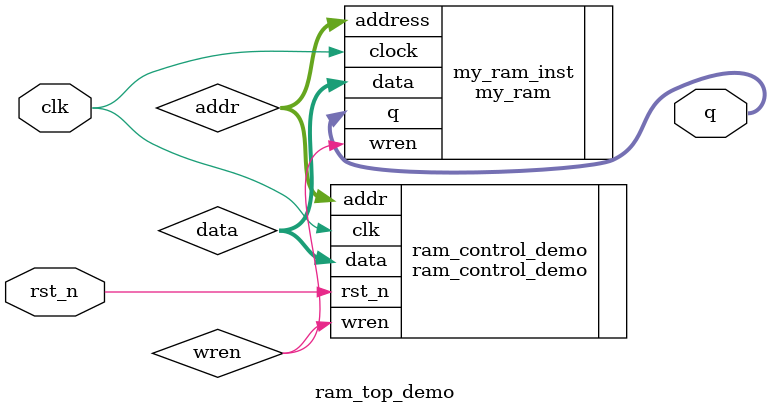
<source format=v>
module ram_top_demo (
				clk,
				rst_n,
				q
				);
	input clk;
	input rst_n;
	output [7:0] q;
	wire wren;
	wire [7:0] addr;
	wire [7:0] data;
	ram_control_demo ram_control_demo(
				.clk(clk),
				.rst_n(rst_n),
				.wren(wren),
				.addr(addr),
				.data(data)
	);

	my_ram my_ram_inst(
				.address(addr),
				.clock(clk),
				.data(data),
				.wren(wren),
				.q(q)
				
	);
endmodule
	
	
	
	
	
	
	
	
	
	
	
	
</source>
